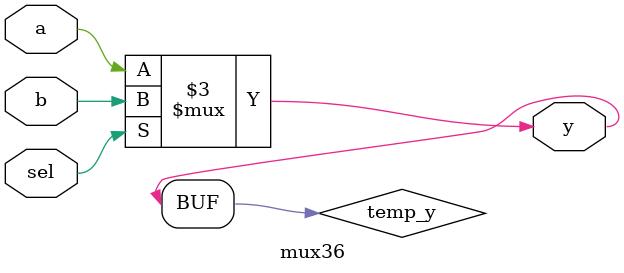
<source format=v>
module mux36 (input a, b, sel,
                    output y);

    reg temp_y;

    always @(*) begin
        if (sel)
            temp_y = b;
        else
            temp_y = a;
    end

    assign y = temp_y;

endmodule
</source>
